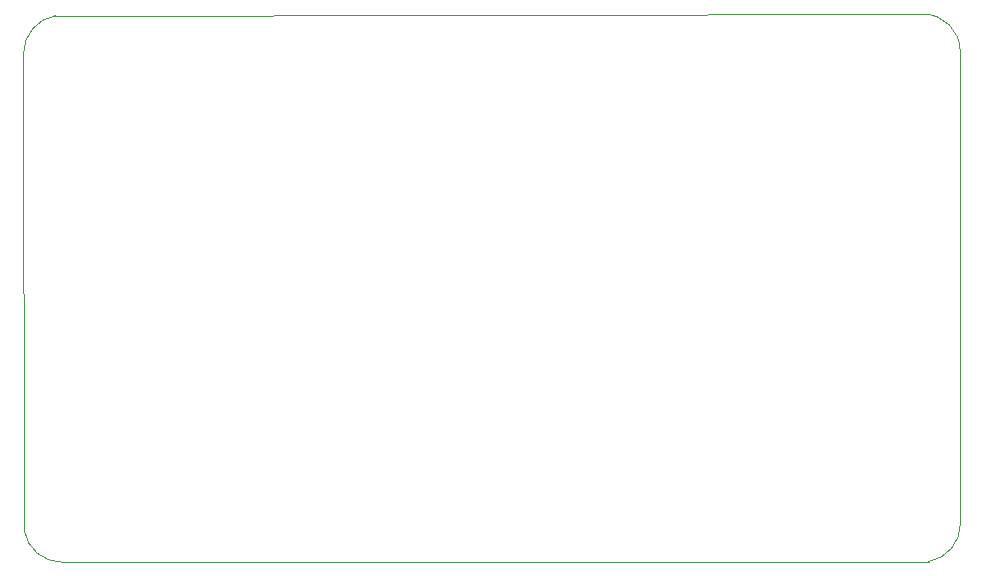
<source format=gbr>
%TF.GenerationSoftware,KiCad,Pcbnew,8.0.6-8.0.6-0~ubuntu24.04.1*%
%TF.CreationDate,2026-02-19T00:00:46-05:00*%
%TF.ProjectId,rook,726f6f6b-2e6b-4696-9361-645f70636258,rev?*%
%TF.SameCoordinates,Original*%
%TF.FileFunction,Profile,NP*%
%FSLAX46Y46*%
G04 Gerber Fmt 4.6, Leading zero omitted, Abs format (unit mm)*
G04 Created by KiCad (PCBNEW 8.0.6-8.0.6-0~ubuntu24.04.1) date 2026-02-19 00:00:46*
%MOMM*%
%LPD*%
G01*
G04 APERTURE LIST*
%TA.AperFunction,Profile*%
%ADD10C,0.010000*%
%TD*%
G04 APERTURE END LIST*
D10*
X73000000Y3249999D02*
G75*
G02*
X76149999Y100000I0J-3149999D01*
G01*
X76164152Y-39907556D02*
G75*
G02*
X73467228Y-43107538I-3246900J0D01*
G01*
X73000000Y3249999D02*
X-467229Y3107550D01*
X-3164150Y-92449D02*
G75*
G02*
X-467229Y3107550I3246920J0D01*
G01*
X-3164150Y-92449D02*
X-3107550Y-40467229D01*
X76164152Y-39907556D02*
X76150000Y100000D01*
X92449Y-43164150D02*
X73467231Y-43107555D01*
X92449Y-43164150D02*
G75*
G02*
X-3107550Y-40467229I0J3246921D01*
G01*
M02*

</source>
